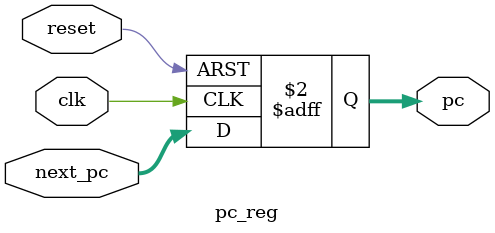
<source format=v>
module pc_reg(
    input         clk,
    input         reset,
    input  [31:0] next_pc,
    output reg [31:0] pc
);
    always @(posedge clk or posedge reset) begin
        if (reset)
            pc <= 32'd0;
        else
            pc <= next_pc;
    end
endmodule
</source>
